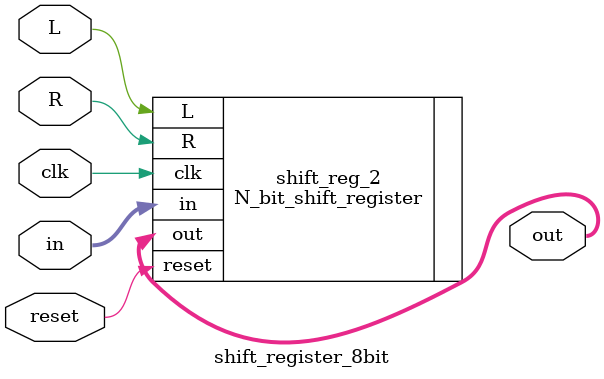
<source format=v>
`timescale 1ns / 1ps
module shift_register_8bit( in , clk , reset , R , L , out  );
	input [7:0] in ;
	input reset , R , L , clk ;
	output [7:0] out ;
	
	N_bit_shift_register shift_reg_2(.clk(clk),.in(in),.reset(reset),.R(R),.L(L),.out(out)) ;
	defparam shift_reg_2.N = 8 ;
endmodule

</source>
